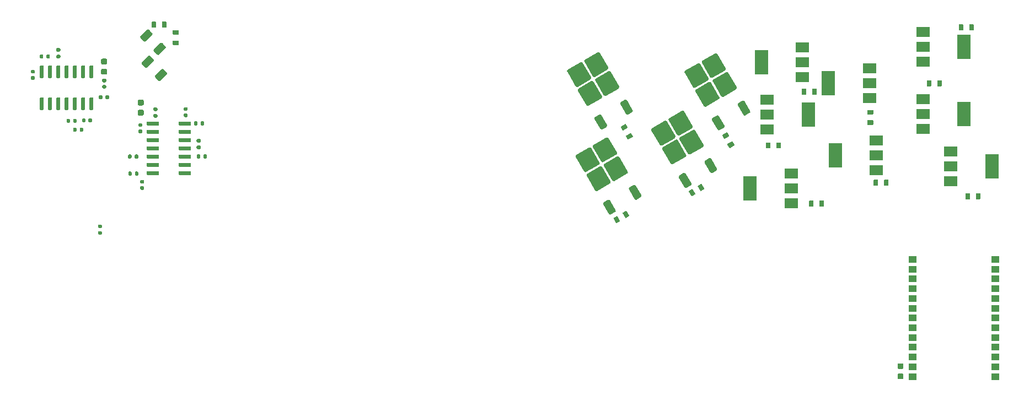
<source format=gtp>
G04 #@! TF.GenerationSoftware,KiCad,Pcbnew,8.0.8-8.0.8-0~ubuntu24.04.1*
G04 #@! TF.CreationDate,2025-02-05T08:16:22+00:00*
G04 #@! TF.ProjectId,VFRECU-VR,56465245-4355-42d5-9652-2e6b69636164,rev?*
G04 #@! TF.SameCoordinates,Original*
G04 #@! TF.FileFunction,Paste,Top*
G04 #@! TF.FilePolarity,Positive*
%FSLAX46Y46*%
G04 Gerber Fmt 4.6, Leading zero omitted, Abs format (unit mm)*
G04 Created by KiCad (PCBNEW 8.0.8-8.0.8-0~ubuntu24.04.1) date 2025-02-05 08:16:22*
%MOMM*%
%LPD*%
G01*
G04 APERTURE LIST*
%ADD10R,2.000000X1.500000*%
%ADD11R,2.000000X3.800000*%
%ADD12R,1.300000X1.000000*%
G04 APERTURE END LIST*
D10*
G04 #@! TO.C,Q7*
X126954000Y49442000D03*
X126954000Y51742000D03*
X126954000Y54042000D03*
D11*
X120654000Y51742000D03*
G04 #@! TD*
G04 #@! TO.C,R32*
G36*
G01*
X153257000Y57523000D02*
X153257000Y56743000D01*
G75*
G02*
X153187000Y56673000I-70000J0D01*
G01*
X152627000Y56673000D01*
G75*
G02*
X152557000Y56743000I0J70000D01*
G01*
X152557000Y57523000D01*
G75*
G02*
X152627000Y57593000I70000J0D01*
G01*
X153187000Y57593000D01*
G75*
G02*
X153257000Y57523000I0J-70000D01*
G01*
G37*
G36*
G01*
X151657000Y57523000D02*
X151657000Y56743000D01*
G75*
G02*
X151587000Y56673000I-70000J0D01*
G01*
X151027000Y56673000D01*
G75*
G02*
X150957000Y56743000I0J70000D01*
G01*
X150957000Y57523000D01*
G75*
G02*
X151027000Y57593000I70000J0D01*
G01*
X151587000Y57593000D01*
G75*
G02*
X151657000Y57523000I0J-70000D01*
G01*
G37*
G04 #@! TD*
G04 #@! TO.C,R31*
G36*
G01*
X146057000Y48143000D02*
X146057000Y48923000D01*
G75*
G02*
X146127000Y48993000I70000J0D01*
G01*
X146687000Y48993000D01*
G75*
G02*
X146757000Y48923000I0J-70000D01*
G01*
X146757000Y48143000D01*
G75*
G02*
X146687000Y48073000I-70000J0D01*
G01*
X146127000Y48073000D01*
G75*
G02*
X146057000Y48143000I0J70000D01*
G01*
G37*
G36*
G01*
X147657000Y48143000D02*
X147657000Y48923000D01*
G75*
G02*
X147727000Y48993000I70000J0D01*
G01*
X148287000Y48993000D01*
G75*
G02*
X148357000Y48923000I0J-70000D01*
G01*
X148357000Y48143000D01*
G75*
G02*
X148287000Y48073000I-70000J0D01*
G01*
X147727000Y48073000D01*
G75*
G02*
X147657000Y48143000I0J70000D01*
G01*
G37*
G04 #@! TD*
G04 #@! TO.C,R29*
G36*
G01*
X137754928Y42142000D02*
X136974928Y42142000D01*
G75*
G02*
X136904928Y42212000I0J70000D01*
G01*
X136904928Y42772000D01*
G75*
G02*
X136974928Y42842000I70000J0D01*
G01*
X137754928Y42842000D01*
G75*
G02*
X137824928Y42772000I0J-70000D01*
G01*
X137824928Y42212000D01*
G75*
G02*
X137754928Y42142000I-70000J0D01*
G01*
G37*
G36*
G01*
X137754928Y43742000D02*
X136974928Y43742000D01*
G75*
G02*
X136904928Y43812000I0J70000D01*
G01*
X136904928Y44372000D01*
G75*
G02*
X136974928Y44442000I70000J0D01*
G01*
X137754928Y44442000D01*
G75*
G02*
X137824928Y44372000I0J-70000D01*
G01*
X137824928Y43812000D01*
G75*
G02*
X137754928Y43742000I-70000J0D01*
G01*
G37*
G04 #@! TD*
D10*
G04 #@! TO.C,Q9*
X125229000Y30059000D03*
X125229000Y32359000D03*
X125229000Y34659000D03*
D11*
X118929000Y32359000D03*
G04 #@! TD*
G04 #@! TO.C,R34*
G36*
G01*
X33551700Y42189500D02*
X33551700Y42559500D01*
G75*
G02*
X33686700Y42694500I135000J0D01*
G01*
X33956700Y42694500D01*
G75*
G02*
X34091700Y42559500I0J-135000D01*
G01*
X34091700Y42189500D01*
G75*
G02*
X33956700Y42054500I-135000J0D01*
G01*
X33686700Y42054500D01*
G75*
G02*
X33551700Y42189500I0J135000D01*
G01*
G37*
G36*
G01*
X34571700Y42189500D02*
X34571700Y42559500D01*
G75*
G02*
X34706700Y42694500I135000J0D01*
G01*
X34976700Y42694500D01*
G75*
G02*
X35111700Y42559500I0J-135000D01*
G01*
X35111700Y42189500D01*
G75*
G02*
X34976700Y42054500I-135000J0D01*
G01*
X34706700Y42054500D01*
G75*
G02*
X34571700Y42189500I0J135000D01*
G01*
G37*
G04 #@! TD*
G04 #@! TO.C,C4*
G36*
G01*
X25403780Y33675540D02*
X25743780Y33675540D01*
G75*
G02*
X25883780Y33535540I0J-140000D01*
G01*
X25883780Y33255540D01*
G75*
G02*
X25743780Y33115540I-140000J0D01*
G01*
X25403780Y33115540D01*
G75*
G02*
X25263780Y33255540I0J140000D01*
G01*
X25263780Y33535540D01*
G75*
G02*
X25403780Y33675540I140000J0D01*
G01*
G37*
G36*
G01*
X25403780Y32715540D02*
X25743780Y32715540D01*
G75*
G02*
X25883780Y32575540I0J-140000D01*
G01*
X25883780Y32295540D01*
G75*
G02*
X25743780Y32155540I-140000J0D01*
G01*
X25403780Y32155540D01*
G75*
G02*
X25263780Y32295540I0J140000D01*
G01*
X25263780Y32575540D01*
G75*
G02*
X25403780Y32715540I140000J0D01*
G01*
G37*
G04 #@! TD*
G04 #@! TO.C,Q1*
G36*
G01*
X114883109Y41670372D02*
X114276891Y41320372D01*
G75*
G02*
X113935385Y41411878I-125000J216506D01*
G01*
X113085385Y42884122D01*
G75*
G02*
X113176891Y43225628I216506J125000D01*
G01*
X113783109Y43575628D01*
G75*
G02*
X114124615Y43484122I125000J-216506D01*
G01*
X114974615Y42011878D01*
G75*
G02*
X114883109Y41670372I-216506J-125000D01*
G01*
G37*
G36*
G01*
X116749506Y47597679D02*
X114800948Y46472679D01*
G75*
G02*
X114459442Y46564185I-125000J216506D01*
G01*
X113184442Y48772549D01*
G75*
G02*
X113275948Y49114055I216506J125000D01*
G01*
X115224506Y50239055D01*
G75*
G02*
X115566012Y50147549I125000J-216506D01*
G01*
X116841012Y47939185D01*
G75*
G02*
X116749506Y47597679I-216506J-125000D01*
G01*
G37*
G36*
G01*
X114108128Y46072679D02*
X112159570Y44947679D01*
G75*
G02*
X111818064Y45039185I-125000J216506D01*
G01*
X110543064Y47247549D01*
G75*
G02*
X110634570Y47589055I216506J125000D01*
G01*
X112583128Y48714055D01*
G75*
G02*
X112924634Y48622549I125000J-216506D01*
G01*
X114199634Y46414185D01*
G75*
G02*
X114108128Y46072679I-216506J-125000D01*
G01*
G37*
G36*
G01*
X115074506Y50498865D02*
X113125948Y49373865D01*
G75*
G02*
X112784442Y49465371I-125000J216506D01*
G01*
X111509442Y51673735D01*
G75*
G02*
X111600948Y52015241I216506J125000D01*
G01*
X113549506Y53140241D01*
G75*
G02*
X113891012Y53048735I125000J-216506D01*
G01*
X115166012Y50840371D01*
G75*
G02*
X115074506Y50498865I-216506J-125000D01*
G01*
G37*
G36*
G01*
X112433128Y48973865D02*
X110484570Y47848865D01*
G75*
G02*
X110143064Y47940371I-125000J216506D01*
G01*
X108868064Y50148735D01*
G75*
G02*
X108959570Y50490241I216506J125000D01*
G01*
X110908128Y51615241D01*
G75*
G02*
X111249634Y51523735I125000J-216506D01*
G01*
X112524634Y49315371D01*
G75*
G02*
X112433128Y48973865I-216506J-125000D01*
G01*
G37*
G36*
G01*
X118832185Y43950372D02*
X118225967Y43600372D01*
G75*
G02*
X117884461Y43691878I-125000J216506D01*
G01*
X117034461Y45164122D01*
G75*
G02*
X117125967Y45505628I216506J125000D01*
G01*
X117732185Y45855628D01*
G75*
G02*
X118073691Y45764122I125000J-216506D01*
G01*
X118923691Y44291878D01*
G75*
G02*
X118832185Y43950372I-216506J-125000D01*
G01*
G37*
G04 #@! TD*
G04 #@! TO.C,R39*
G36*
G01*
X11413500Y52836340D02*
X11413500Y52466340D01*
G75*
G02*
X11278500Y52331340I-135000J0D01*
G01*
X11008500Y52331340D01*
G75*
G02*
X10873500Y52466340I0J135000D01*
G01*
X10873500Y52836340D01*
G75*
G02*
X11008500Y52971340I135000J0D01*
G01*
X11278500Y52971340D01*
G75*
G02*
X11413500Y52836340I0J-135000D01*
G01*
G37*
G36*
G01*
X10393500Y52836340D02*
X10393500Y52466340D01*
G75*
G02*
X10258500Y52331340I-135000J0D01*
G01*
X9988500Y52331340D01*
G75*
G02*
X9853500Y52466340I0J135000D01*
G01*
X9853500Y52836340D01*
G75*
G02*
X9988500Y52971340I135000J0D01*
G01*
X10258500Y52971340D01*
G75*
G02*
X10393500Y52836340I0J-135000D01*
G01*
G37*
G04 #@! TD*
G04 #@! TO.C,R40*
G36*
G01*
X12522000Y53934260D02*
X12892000Y53934260D01*
G75*
G02*
X13027000Y53799260I0J-135000D01*
G01*
X13027000Y53529260D01*
G75*
G02*
X12892000Y53394260I-135000J0D01*
G01*
X12522000Y53394260D01*
G75*
G02*
X12387000Y53529260I0J135000D01*
G01*
X12387000Y53799260D01*
G75*
G02*
X12522000Y53934260I135000J0D01*
G01*
G37*
G36*
G01*
X12522000Y52914260D02*
X12892000Y52914260D01*
G75*
G02*
X13027000Y52779260I0J-135000D01*
G01*
X13027000Y52509260D01*
G75*
G02*
X12892000Y52374260I-135000J0D01*
G01*
X12522000Y52374260D01*
G75*
G02*
X12387000Y52509260I0J135000D01*
G01*
X12387000Y52779260D01*
G75*
G02*
X12522000Y52914260I135000J0D01*
G01*
G37*
G04 #@! TD*
G04 #@! TO.C,Q4*
G36*
G01*
X96852033Y41810372D02*
X96245815Y41460372D01*
G75*
G02*
X95904309Y41551878I-125000J216506D01*
G01*
X95054309Y43024122D01*
G75*
G02*
X95145815Y43365628I216506J125000D01*
G01*
X95752033Y43715628D01*
G75*
G02*
X96093539Y43624122I125000J-216506D01*
G01*
X96943539Y42151878D01*
G75*
G02*
X96852033Y41810372I-216506J-125000D01*
G01*
G37*
G36*
G01*
X98718430Y47737679D02*
X96769872Y46612679D01*
G75*
G02*
X96428366Y46704185I-125000J216506D01*
G01*
X95153366Y48912549D01*
G75*
G02*
X95244872Y49254055I216506J125000D01*
G01*
X97193430Y50379055D01*
G75*
G02*
X97534936Y50287549I125000J-216506D01*
G01*
X98809936Y48079185D01*
G75*
G02*
X98718430Y47737679I-216506J-125000D01*
G01*
G37*
G36*
G01*
X96077052Y46212679D02*
X94128494Y45087679D01*
G75*
G02*
X93786988Y45179185I-125000J216506D01*
G01*
X92511988Y47387549D01*
G75*
G02*
X92603494Y47729055I216506J125000D01*
G01*
X94552052Y48854055D01*
G75*
G02*
X94893558Y48762549I125000J-216506D01*
G01*
X96168558Y46554185D01*
G75*
G02*
X96077052Y46212679I-216506J-125000D01*
G01*
G37*
G36*
G01*
X97043430Y50638865D02*
X95094872Y49513865D01*
G75*
G02*
X94753366Y49605371I-125000J216506D01*
G01*
X93478366Y51813735D01*
G75*
G02*
X93569872Y52155241I216506J125000D01*
G01*
X95518430Y53280241D01*
G75*
G02*
X95859936Y53188735I125000J-216506D01*
G01*
X97134936Y50980371D01*
G75*
G02*
X97043430Y50638865I-216506J-125000D01*
G01*
G37*
G36*
G01*
X94402052Y49113865D02*
X92453494Y47988865D01*
G75*
G02*
X92111988Y48080371I-125000J216506D01*
G01*
X90836988Y50288735D01*
G75*
G02*
X90928494Y50630241I216506J125000D01*
G01*
X92877052Y51755241D01*
G75*
G02*
X93218558Y51663735I125000J-216506D01*
G01*
X94493558Y49455371D01*
G75*
G02*
X94402052Y49113865I-216506J-125000D01*
G01*
G37*
G36*
G01*
X100801109Y44090372D02*
X100194891Y43740372D01*
G75*
G02*
X99853385Y43831878I-125000J216506D01*
G01*
X99003385Y45304122D01*
G75*
G02*
X99094891Y45645628I216506J125000D01*
G01*
X99701109Y45995628D01*
G75*
G02*
X100042615Y45904122I125000J-216506D01*
G01*
X100892615Y44431878D01*
G75*
G02*
X100801109Y44090372I-216506J-125000D01*
G01*
G37*
G04 #@! TD*
G04 #@! TO.C,R27*
G36*
G01*
X27792000Y43253000D02*
X27422000Y43253000D01*
G75*
G02*
X27287000Y43388000I0J135000D01*
G01*
X27287000Y43658000D01*
G75*
G02*
X27422000Y43793000I135000J0D01*
G01*
X27792000Y43793000D01*
G75*
G02*
X27927000Y43658000I0J-135000D01*
G01*
X27927000Y43388000D01*
G75*
G02*
X27792000Y43253000I-135000J0D01*
G01*
G37*
G36*
G01*
X27792000Y44273000D02*
X27422000Y44273000D01*
G75*
G02*
X27287000Y44408000I0J135000D01*
G01*
X27287000Y44678000D01*
G75*
G02*
X27422000Y44813000I135000J0D01*
G01*
X27792000Y44813000D01*
G75*
G02*
X27927000Y44678000I0J-135000D01*
G01*
X27927000Y44408000D01*
G75*
G02*
X27792000Y44273000I-135000J0D01*
G01*
G37*
G04 #@! TD*
G04 #@! TO.C,R28*
G36*
G01*
X23439960Y34462820D02*
X23439960Y34832820D01*
G75*
G02*
X23574960Y34967820I135000J0D01*
G01*
X23844960Y34967820D01*
G75*
G02*
X23979960Y34832820I0J-135000D01*
G01*
X23979960Y34462820D01*
G75*
G02*
X23844960Y34327820I-135000J0D01*
G01*
X23574960Y34327820D01*
G75*
G02*
X23439960Y34462820I0J135000D01*
G01*
G37*
G36*
G01*
X24459960Y34462820D02*
X24459960Y34832820D01*
G75*
G02*
X24594960Y34967820I135000J0D01*
G01*
X24864960Y34967820D01*
G75*
G02*
X24999960Y34832820I0J-135000D01*
G01*
X24999960Y34462820D01*
G75*
G02*
X24864960Y34327820I-135000J0D01*
G01*
X24594960Y34327820D01*
G75*
G02*
X24459960Y34462820I0J135000D01*
G01*
G37*
G04 #@! TD*
G04 #@! TO.C,C11*
G36*
G01*
X8637000Y50593000D02*
X8977000Y50593000D01*
G75*
G02*
X9117000Y50453000I0J-140000D01*
G01*
X9117000Y50173000D01*
G75*
G02*
X8977000Y50033000I-140000J0D01*
G01*
X8637000Y50033000D01*
G75*
G02*
X8497000Y50173000I0J140000D01*
G01*
X8497000Y50453000D01*
G75*
G02*
X8637000Y50593000I140000J0D01*
G01*
G37*
G36*
G01*
X8637000Y49633000D02*
X8977000Y49633000D01*
G75*
G02*
X9117000Y49493000I0J-140000D01*
G01*
X9117000Y49213000D01*
G75*
G02*
X8977000Y49073000I-140000J0D01*
G01*
X8637000Y49073000D01*
G75*
G02*
X8497000Y49213000I0J140000D01*
G01*
X8497000Y49493000D01*
G75*
G02*
X8637000Y49633000I140000J0D01*
G01*
G37*
G04 #@! TD*
G04 #@! TO.C,C10*
G36*
G01*
X16347000Y42663000D02*
X16347000Y43003000D01*
G75*
G02*
X16487000Y43143000I140000J0D01*
G01*
X16767000Y43143000D01*
G75*
G02*
X16907000Y43003000I0J-140000D01*
G01*
X16907000Y42663000D01*
G75*
G02*
X16767000Y42523000I-140000J0D01*
G01*
X16487000Y42523000D01*
G75*
G02*
X16347000Y42663000I0J140000D01*
G01*
G37*
G36*
G01*
X17307000Y42663000D02*
X17307000Y43003000D01*
G75*
G02*
X17447000Y43143000I140000J0D01*
G01*
X17727000Y43143000D01*
G75*
G02*
X17867000Y43003000I0J-140000D01*
G01*
X17867000Y42663000D01*
G75*
G02*
X17727000Y42523000I-140000J0D01*
G01*
X17447000Y42523000D01*
G75*
G02*
X17307000Y42663000I0J140000D01*
G01*
G37*
G04 #@! TD*
G04 #@! TO.C,C12A1*
G36*
G01*
X19917020Y47715580D02*
X19577020Y47715580D01*
G75*
G02*
X19437020Y47855580I0J140000D01*
G01*
X19437020Y48135580D01*
G75*
G02*
X19577020Y48275580I140000J0D01*
G01*
X19917020Y48275580D01*
G75*
G02*
X20057020Y48135580I0J-140000D01*
G01*
X20057020Y47855580D01*
G75*
G02*
X19917020Y47715580I-140000J0D01*
G01*
G37*
G36*
G01*
X19917020Y48675580D02*
X19577020Y48675580D01*
G75*
G02*
X19437020Y48815580I0J140000D01*
G01*
X19437020Y49095580D01*
G75*
G02*
X19577020Y49235580I140000J0D01*
G01*
X19917020Y49235580D01*
G75*
G02*
X20057020Y49095580I0J-140000D01*
G01*
X20057020Y48815580D01*
G75*
G02*
X19917020Y48675580I-140000J0D01*
G01*
G37*
G04 #@! TD*
G04 #@! TO.C,R30*
G36*
G01*
X140178000Y33631072D02*
X140178000Y32851072D01*
G75*
G02*
X140108000Y32781072I-70000J0D01*
G01*
X139548000Y32781072D01*
G75*
G02*
X139478000Y32851072I0J70000D01*
G01*
X139478000Y33631072D01*
G75*
G02*
X139548000Y33701072I70000J0D01*
G01*
X140108000Y33701072D01*
G75*
G02*
X140178000Y33631072I0J-70000D01*
G01*
G37*
G36*
G01*
X138578000Y33631072D02*
X138578000Y32851072D01*
G75*
G02*
X138508000Y32781072I-70000J0D01*
G01*
X137948000Y32781072D01*
G75*
G02*
X137878000Y32851072I0J70000D01*
G01*
X137878000Y33631072D01*
G75*
G02*
X137948000Y33701072I70000J0D01*
G01*
X138508000Y33701072D01*
G75*
G02*
X138578000Y33631072I0J-70000D01*
G01*
G37*
G04 #@! TD*
G04 #@! TO.C,R2*
G36*
G01*
X29314000Y57922000D02*
X29314000Y57142000D01*
G75*
G02*
X29244000Y57072000I-70000J0D01*
G01*
X28684000Y57072000D01*
G75*
G02*
X28614000Y57142000I0J70000D01*
G01*
X28614000Y57922000D01*
G75*
G02*
X28684000Y57992000I70000J0D01*
G01*
X29244000Y57992000D01*
G75*
G02*
X29314000Y57922000I0J-70000D01*
G01*
G37*
G36*
G01*
X27714000Y57922000D02*
X27714000Y57142000D01*
G75*
G02*
X27644000Y57072000I-70000J0D01*
G01*
X27084000Y57072000D01*
G75*
G02*
X27014000Y57142000I0J70000D01*
G01*
X27014000Y57922000D01*
G75*
G02*
X27084000Y57992000I70000J0D01*
G01*
X27644000Y57992000D01*
G75*
G02*
X27714000Y57922000I0J-70000D01*
G01*
G37*
G04 #@! TD*
D10*
G04 #@! TO.C,Q14*
X138324000Y35162000D03*
X138324000Y37462000D03*
X138324000Y39762000D03*
D11*
X132024000Y37462000D03*
G04 #@! TD*
G04 #@! TO.C,IC2*
G36*
G01*
X33087540Y34946310D02*
X33087540Y34496310D01*
G75*
G02*
X33012540Y34421310I-75000J0D01*
G01*
X31262540Y34421310D01*
G75*
G02*
X31187540Y34496310I0J75000D01*
G01*
X31187540Y34946310D01*
G75*
G02*
X31262540Y35021310I75000J0D01*
G01*
X33012540Y35021310D01*
G75*
G02*
X33087540Y34946310I0J-75000D01*
G01*
G37*
G36*
G01*
X33087540Y36216310D02*
X33087540Y35766310D01*
G75*
G02*
X33012540Y35691310I-75000J0D01*
G01*
X31262540Y35691310D01*
G75*
G02*
X31187540Y35766310I0J75000D01*
G01*
X31187540Y36216310D01*
G75*
G02*
X31262540Y36291310I75000J0D01*
G01*
X33012540Y36291310D01*
G75*
G02*
X33087540Y36216310I0J-75000D01*
G01*
G37*
G36*
G01*
X33087540Y37486310D02*
X33087540Y37036310D01*
G75*
G02*
X33012540Y36961310I-75000J0D01*
G01*
X31262540Y36961310D01*
G75*
G02*
X31187540Y37036310I0J75000D01*
G01*
X31187540Y37486310D01*
G75*
G02*
X31262540Y37561310I75000J0D01*
G01*
X33012540Y37561310D01*
G75*
G02*
X33087540Y37486310I0J-75000D01*
G01*
G37*
G36*
G01*
X33087540Y38756310D02*
X33087540Y38306310D01*
G75*
G02*
X33012540Y38231310I-75000J0D01*
G01*
X31262540Y38231310D01*
G75*
G02*
X31187540Y38306310I0J75000D01*
G01*
X31187540Y38756310D01*
G75*
G02*
X31262540Y38831310I75000J0D01*
G01*
X33012540Y38831310D01*
G75*
G02*
X33087540Y38756310I0J-75000D01*
G01*
G37*
G36*
G01*
X33087540Y40026310D02*
X33087540Y39576310D01*
G75*
G02*
X33012540Y39501310I-75000J0D01*
G01*
X31262540Y39501310D01*
G75*
G02*
X31187540Y39576310I0J75000D01*
G01*
X31187540Y40026310D01*
G75*
G02*
X31262540Y40101310I75000J0D01*
G01*
X33012540Y40101310D01*
G75*
G02*
X33087540Y40026310I0J-75000D01*
G01*
G37*
G36*
G01*
X33087540Y41296310D02*
X33087540Y40846310D01*
G75*
G02*
X33012540Y40771310I-75000J0D01*
G01*
X31262540Y40771310D01*
G75*
G02*
X31187540Y40846310I0J75000D01*
G01*
X31187540Y41296310D01*
G75*
G02*
X31262540Y41371310I75000J0D01*
G01*
X33012540Y41371310D01*
G75*
G02*
X33087540Y41296310I0J-75000D01*
G01*
G37*
G36*
G01*
X33087540Y42566310D02*
X33087540Y42116310D01*
G75*
G02*
X33012540Y42041310I-75000J0D01*
G01*
X31262540Y42041310D01*
G75*
G02*
X31187540Y42116310I0J75000D01*
G01*
X31187540Y42566310D01*
G75*
G02*
X31262540Y42641310I75000J0D01*
G01*
X33012540Y42641310D01*
G75*
G02*
X33087540Y42566310I0J-75000D01*
G01*
G37*
G36*
G01*
X28177540Y42566310D02*
X28177540Y42116310D01*
G75*
G02*
X28102540Y42041310I-75000J0D01*
G01*
X26352540Y42041310D01*
G75*
G02*
X26277540Y42116310I0J75000D01*
G01*
X26277540Y42566310D01*
G75*
G02*
X26352540Y42641310I75000J0D01*
G01*
X28102540Y42641310D01*
G75*
G02*
X28177540Y42566310I0J-75000D01*
G01*
G37*
G36*
G01*
X28177540Y41296310D02*
X28177540Y40846310D01*
G75*
G02*
X28102540Y40771310I-75000J0D01*
G01*
X26352540Y40771310D01*
G75*
G02*
X26277540Y40846310I0J75000D01*
G01*
X26277540Y41296310D01*
G75*
G02*
X26352540Y41371310I75000J0D01*
G01*
X28102540Y41371310D01*
G75*
G02*
X28177540Y41296310I0J-75000D01*
G01*
G37*
G36*
G01*
X28177540Y40026310D02*
X28177540Y39576310D01*
G75*
G02*
X28102540Y39501310I-75000J0D01*
G01*
X26352540Y39501310D01*
G75*
G02*
X26277540Y39576310I0J75000D01*
G01*
X26277540Y40026310D01*
G75*
G02*
X26352540Y40101310I75000J0D01*
G01*
X28102540Y40101310D01*
G75*
G02*
X28177540Y40026310I0J-75000D01*
G01*
G37*
G36*
G01*
X28177540Y38756310D02*
X28177540Y38306310D01*
G75*
G02*
X28102540Y38231310I-75000J0D01*
G01*
X26352540Y38231310D01*
G75*
G02*
X26277540Y38306310I0J75000D01*
G01*
X26277540Y38756310D01*
G75*
G02*
X26352540Y38831310I75000J0D01*
G01*
X28102540Y38831310D01*
G75*
G02*
X28177540Y38756310I0J-75000D01*
G01*
G37*
G36*
G01*
X28177540Y37486310D02*
X28177540Y37036310D01*
G75*
G02*
X28102540Y36961310I-75000J0D01*
G01*
X26352540Y36961310D01*
G75*
G02*
X26277540Y37036310I0J75000D01*
G01*
X26277540Y37486310D01*
G75*
G02*
X26352540Y37561310I75000J0D01*
G01*
X28102540Y37561310D01*
G75*
G02*
X28177540Y37486310I0J-75000D01*
G01*
G37*
G36*
G01*
X28177540Y36216310D02*
X28177540Y35766310D01*
G75*
G02*
X28102540Y35691310I-75000J0D01*
G01*
X26352540Y35691310D01*
G75*
G02*
X26277540Y35766310I0J75000D01*
G01*
X26277540Y36216310D01*
G75*
G02*
X26352540Y36291310I75000J0D01*
G01*
X28102540Y36291310D01*
G75*
G02*
X28177540Y36216310I0J-75000D01*
G01*
G37*
G36*
G01*
X28177540Y34946310D02*
X28177540Y34496310D01*
G75*
G02*
X28102540Y34421310I-75000J0D01*
G01*
X26352540Y34421310D01*
G75*
G02*
X26277540Y34496310I0J75000D01*
G01*
X26277540Y34946310D01*
G75*
G02*
X26352540Y35021310I75000J0D01*
G01*
X28102540Y35021310D01*
G75*
G02*
X28177540Y34946310I0J-75000D01*
G01*
G37*
G04 #@! TD*
G04 #@! TO.C,Q3*
G36*
G01*
X109796109Y32814372D02*
X109189891Y32464372D01*
G75*
G02*
X108848385Y32555878I-125000J216506D01*
G01*
X107998385Y34028122D01*
G75*
G02*
X108089891Y34369628I216506J125000D01*
G01*
X108696109Y34719628D01*
G75*
G02*
X109037615Y34628122I125000J-216506D01*
G01*
X109887615Y33155878D01*
G75*
G02*
X109796109Y32814372I-216506J-125000D01*
G01*
G37*
G36*
G01*
X111662506Y38741679D02*
X109713948Y37616679D01*
G75*
G02*
X109372442Y37708185I-125000J216506D01*
G01*
X108097442Y39916549D01*
G75*
G02*
X108188948Y40258055I216506J125000D01*
G01*
X110137506Y41383055D01*
G75*
G02*
X110479012Y41291549I125000J-216506D01*
G01*
X111754012Y39083185D01*
G75*
G02*
X111662506Y38741679I-216506J-125000D01*
G01*
G37*
G36*
G01*
X109021128Y37216679D02*
X107072570Y36091679D01*
G75*
G02*
X106731064Y36183185I-125000J216506D01*
G01*
X105456064Y38391549D01*
G75*
G02*
X105547570Y38733055I216506J125000D01*
G01*
X107496128Y39858055D01*
G75*
G02*
X107837634Y39766549I125000J-216506D01*
G01*
X109112634Y37558185D01*
G75*
G02*
X109021128Y37216679I-216506J-125000D01*
G01*
G37*
G36*
G01*
X109987506Y41642865D02*
X108038948Y40517865D01*
G75*
G02*
X107697442Y40609371I-125000J216506D01*
G01*
X106422442Y42817735D01*
G75*
G02*
X106513948Y43159241I216506J125000D01*
G01*
X108462506Y44284241D01*
G75*
G02*
X108804012Y44192735I125000J-216506D01*
G01*
X110079012Y41984371D01*
G75*
G02*
X109987506Y41642865I-216506J-125000D01*
G01*
G37*
G36*
G01*
X107346128Y40117865D02*
X105397570Y38992865D01*
G75*
G02*
X105056064Y39084371I-125000J216506D01*
G01*
X103781064Y41292735D01*
G75*
G02*
X103872570Y41634241I216506J125000D01*
G01*
X105821128Y42759241D01*
G75*
G02*
X106162634Y42667735I125000J-216506D01*
G01*
X107437634Y40459371D01*
G75*
G02*
X107346128Y40117865I-216506J-125000D01*
G01*
G37*
G36*
G01*
X113745185Y35094372D02*
X113138967Y34744372D01*
G75*
G02*
X112797461Y34835878I-125000J216506D01*
G01*
X111947461Y36308122D01*
G75*
G02*
X112038967Y36649628I216506J125000D01*
G01*
X112645185Y36999628D01*
G75*
G02*
X112986691Y36908122I125000J-216506D01*
G01*
X113836691Y35435878D01*
G75*
G02*
X113745185Y35094372I-216506J-125000D01*
G01*
G37*
G04 #@! TD*
D10*
G04 #@! TO.C,Q13*
X137258000Y46252000D03*
X137258000Y48552000D03*
X137258000Y50852000D03*
D11*
X130958000Y48552000D03*
G04 #@! TD*
D10*
G04 #@! TO.C,Q8*
X121556000Y46011000D03*
X121556000Y43711000D03*
X121556000Y41411000D03*
D11*
X127856000Y43711000D03*
G04 #@! TD*
G04 #@! TO.C,C1*
G36*
G01*
X142344994Y3064999D02*
X141664994Y3064999D01*
G75*
G02*
X141579994Y3149999I0J85000D01*
G01*
X141579994Y3829999D01*
G75*
G02*
X141664994Y3914999I85000J0D01*
G01*
X142344994Y3914999D01*
G75*
G02*
X142429994Y3829999I0J-85000D01*
G01*
X142429994Y3149999D01*
G75*
G02*
X142344994Y3064999I-85000J0D01*
G01*
G37*
G36*
G01*
X142344994Y4645001D02*
X141664994Y4645001D01*
G75*
G02*
X141579994Y4730001I0J85000D01*
G01*
X141579994Y5410001D01*
G75*
G02*
X141664994Y5495001I85000J0D01*
G01*
X142344994Y5495001D01*
G75*
G02*
X142429994Y5410001I0J-85000D01*
G01*
X142429994Y4730001D01*
G75*
G02*
X142344994Y4645001I-85000J0D01*
G01*
G37*
G04 #@! TD*
G04 #@! TO.C,R10*
G36*
G01*
X98353071Y27066250D02*
X97963071Y27741750D01*
G75*
G02*
X97988693Y27837372I60622J35000D01*
G01*
X98473667Y28117372D01*
G75*
G02*
X98569289Y28091750I35000J-60622D01*
G01*
X98959289Y27416250D01*
G75*
G02*
X98933667Y27320628I-60622J-35000D01*
G01*
X98448693Y27040628D01*
G75*
G02*
X98353071Y27066250I-35000J60622D01*
G01*
G37*
G36*
G01*
X99738711Y27866250D02*
X99348711Y28541750D01*
G75*
G02*
X99374333Y28637372I60622J35000D01*
G01*
X99859307Y28917372D01*
G75*
G02*
X99954929Y28891750I35000J-60622D01*
G01*
X100344929Y28216250D01*
G75*
G02*
X100319307Y28120628I-60622J-35000D01*
G01*
X99834333Y27840628D01*
G75*
G02*
X99738711Y27866250I-35000J60622D01*
G01*
G37*
G04 #@! TD*
G04 #@! TO.C,C3*
G36*
G01*
X25477000Y40873000D02*
X25137000Y40873000D01*
G75*
G02*
X24997000Y41013000I0J140000D01*
G01*
X24997000Y41293000D01*
G75*
G02*
X25137000Y41433000I140000J0D01*
G01*
X25477000Y41433000D01*
G75*
G02*
X25617000Y41293000I0J-140000D01*
G01*
X25617000Y41013000D01*
G75*
G02*
X25477000Y40873000I-140000J0D01*
G01*
G37*
G36*
G01*
X25477000Y41833000D02*
X25137000Y41833000D01*
G75*
G02*
X24997000Y41973000I0J140000D01*
G01*
X24997000Y42253000D01*
G75*
G02*
X25137000Y42393000I140000J0D01*
G01*
X25477000Y42393000D01*
G75*
G02*
X25617000Y42253000I0J-140000D01*
G01*
X25617000Y41973000D01*
G75*
G02*
X25477000Y41833000I-140000J0D01*
G01*
G37*
G04 #@! TD*
G04 #@! TO.C,R22*
G36*
G01*
X121357000Y38585928D02*
X121357000Y39365928D01*
G75*
G02*
X121427000Y39435928I70000J0D01*
G01*
X121987000Y39435928D01*
G75*
G02*
X122057000Y39365928I0J-70000D01*
G01*
X122057000Y38585928D01*
G75*
G02*
X121987000Y38515928I-70000J0D01*
G01*
X121427000Y38515928D01*
G75*
G02*
X121357000Y38585928I0J70000D01*
G01*
G37*
G36*
G01*
X122957000Y38585928D02*
X122957000Y39365928D01*
G75*
G02*
X123027000Y39435928I70000J0D01*
G01*
X123587000Y39435928D01*
G75*
G02*
X123657000Y39365928I0J-70000D01*
G01*
X123657000Y38585928D01*
G75*
G02*
X123587000Y38515928I-70000J0D01*
G01*
X123027000Y38515928D01*
G75*
G02*
X122957000Y38585928I0J70000D01*
G01*
G37*
G04 #@! TD*
G04 #@! TO.C,C5*
G36*
G01*
X32081440Y44859160D02*
X32421440Y44859160D01*
G75*
G02*
X32561440Y44719160I0J-140000D01*
G01*
X32561440Y44439160D01*
G75*
G02*
X32421440Y44299160I-140000J0D01*
G01*
X32081440Y44299160D01*
G75*
G02*
X31941440Y44439160I0J140000D01*
G01*
X31941440Y44719160D01*
G75*
G02*
X32081440Y44859160I140000J0D01*
G01*
G37*
G36*
G01*
X32081440Y43899160D02*
X32421440Y43899160D01*
G75*
G02*
X32561440Y43759160I0J-140000D01*
G01*
X32561440Y43479160D01*
G75*
G02*
X32421440Y43339160I-140000J0D01*
G01*
X32081440Y43339160D01*
G75*
G02*
X31941440Y43479160I0J140000D01*
G01*
X31941440Y43759160D01*
G75*
G02*
X32081440Y43899160I140000J0D01*
G01*
G37*
G04 #@! TD*
G04 #@! TO.C,R37*
G36*
G01*
X16536680Y41576520D02*
X16536680Y41206520D01*
G75*
G02*
X16401680Y41071520I-135000J0D01*
G01*
X16131680Y41071520D01*
G75*
G02*
X15996680Y41206520I0J135000D01*
G01*
X15996680Y41576520D01*
G75*
G02*
X16131680Y41711520I135000J0D01*
G01*
X16401680Y41711520D01*
G75*
G02*
X16536680Y41576520I0J-135000D01*
G01*
G37*
G36*
G01*
X15516680Y41576520D02*
X15516680Y41206520D01*
G75*
G02*
X15381680Y41071520I-135000J0D01*
G01*
X15111680Y41071520D01*
G75*
G02*
X14976680Y41206520I0J135000D01*
G01*
X14976680Y41576520D01*
G75*
G02*
X15111680Y41711520I135000J0D01*
G01*
X15381680Y41711520D01*
G75*
G02*
X15516680Y41576520I0J-135000D01*
G01*
G37*
G04 #@! TD*
G04 #@! TO.C,IC2A1*
G36*
G01*
X10380020Y44432870D02*
X9930020Y44432870D01*
G75*
G02*
X9855020Y44507870I0J75000D01*
G01*
X9855020Y46257870D01*
G75*
G02*
X9930020Y46332870I75000J0D01*
G01*
X10380020Y46332870D01*
G75*
G02*
X10455020Y46257870I0J-75000D01*
G01*
X10455020Y44507870D01*
G75*
G02*
X10380020Y44432870I-75000J0D01*
G01*
G37*
G36*
G01*
X11650020Y44432870D02*
X11200020Y44432870D01*
G75*
G02*
X11125020Y44507870I0J75000D01*
G01*
X11125020Y46257870D01*
G75*
G02*
X11200020Y46332870I75000J0D01*
G01*
X11650020Y46332870D01*
G75*
G02*
X11725020Y46257870I0J-75000D01*
G01*
X11725020Y44507870D01*
G75*
G02*
X11650020Y44432870I-75000J0D01*
G01*
G37*
G36*
G01*
X12920020Y44432870D02*
X12470020Y44432870D01*
G75*
G02*
X12395020Y44507870I0J75000D01*
G01*
X12395020Y46257870D01*
G75*
G02*
X12470020Y46332870I75000J0D01*
G01*
X12920020Y46332870D01*
G75*
G02*
X12995020Y46257870I0J-75000D01*
G01*
X12995020Y44507870D01*
G75*
G02*
X12920020Y44432870I-75000J0D01*
G01*
G37*
G36*
G01*
X14190020Y44432870D02*
X13740020Y44432870D01*
G75*
G02*
X13665020Y44507870I0J75000D01*
G01*
X13665020Y46257870D01*
G75*
G02*
X13740020Y46332870I75000J0D01*
G01*
X14190020Y46332870D01*
G75*
G02*
X14265020Y46257870I0J-75000D01*
G01*
X14265020Y44507870D01*
G75*
G02*
X14190020Y44432870I-75000J0D01*
G01*
G37*
G36*
G01*
X15460020Y44432870D02*
X15010020Y44432870D01*
G75*
G02*
X14935020Y44507870I0J75000D01*
G01*
X14935020Y46257870D01*
G75*
G02*
X15010020Y46332870I75000J0D01*
G01*
X15460020Y46332870D01*
G75*
G02*
X15535020Y46257870I0J-75000D01*
G01*
X15535020Y44507870D01*
G75*
G02*
X15460020Y44432870I-75000J0D01*
G01*
G37*
G36*
G01*
X16730020Y44432870D02*
X16280020Y44432870D01*
G75*
G02*
X16205020Y44507870I0J75000D01*
G01*
X16205020Y46257870D01*
G75*
G02*
X16280020Y46332870I75000J0D01*
G01*
X16730020Y46332870D01*
G75*
G02*
X16805020Y46257870I0J-75000D01*
G01*
X16805020Y44507870D01*
G75*
G02*
X16730020Y44432870I-75000J0D01*
G01*
G37*
G36*
G01*
X18000020Y44432870D02*
X17550020Y44432870D01*
G75*
G02*
X17475020Y44507870I0J75000D01*
G01*
X17475020Y46257870D01*
G75*
G02*
X17550020Y46332870I75000J0D01*
G01*
X18000020Y46332870D01*
G75*
G02*
X18075020Y46257870I0J-75000D01*
G01*
X18075020Y44507870D01*
G75*
G02*
X18000020Y44432870I-75000J0D01*
G01*
G37*
G36*
G01*
X18000020Y49342870D02*
X17550020Y49342870D01*
G75*
G02*
X17475020Y49417870I0J75000D01*
G01*
X17475020Y51167870D01*
G75*
G02*
X17550020Y51242870I75000J0D01*
G01*
X18000020Y51242870D01*
G75*
G02*
X18075020Y51167870I0J-75000D01*
G01*
X18075020Y49417870D01*
G75*
G02*
X18000020Y49342870I-75000J0D01*
G01*
G37*
G36*
G01*
X16730020Y49342870D02*
X16280020Y49342870D01*
G75*
G02*
X16205020Y49417870I0J75000D01*
G01*
X16205020Y51167870D01*
G75*
G02*
X16280020Y51242870I75000J0D01*
G01*
X16730020Y51242870D01*
G75*
G02*
X16805020Y51167870I0J-75000D01*
G01*
X16805020Y49417870D01*
G75*
G02*
X16730020Y49342870I-75000J0D01*
G01*
G37*
G36*
G01*
X15460020Y49342870D02*
X15010020Y49342870D01*
G75*
G02*
X14935020Y49417870I0J75000D01*
G01*
X14935020Y51167870D01*
G75*
G02*
X15010020Y51242870I75000J0D01*
G01*
X15460020Y51242870D01*
G75*
G02*
X15535020Y51167870I0J-75000D01*
G01*
X15535020Y49417870D01*
G75*
G02*
X15460020Y49342870I-75000J0D01*
G01*
G37*
G36*
G01*
X14190020Y49342870D02*
X13740020Y49342870D01*
G75*
G02*
X13665020Y49417870I0J75000D01*
G01*
X13665020Y51167870D01*
G75*
G02*
X13740020Y51242870I75000J0D01*
G01*
X14190020Y51242870D01*
G75*
G02*
X14265020Y51167870I0J-75000D01*
G01*
X14265020Y49417870D01*
G75*
G02*
X14190020Y49342870I-75000J0D01*
G01*
G37*
G36*
G01*
X12920020Y49342870D02*
X12470020Y49342870D01*
G75*
G02*
X12395020Y49417870I0J75000D01*
G01*
X12395020Y51167870D01*
G75*
G02*
X12470020Y51242870I75000J0D01*
G01*
X12920020Y51242870D01*
G75*
G02*
X12995020Y51167870I0J-75000D01*
G01*
X12995020Y49417870D01*
G75*
G02*
X12920020Y49342870I-75000J0D01*
G01*
G37*
G36*
G01*
X11650020Y49342870D02*
X11200020Y49342870D01*
G75*
G02*
X11125020Y49417870I0J75000D01*
G01*
X11125020Y51167870D01*
G75*
G02*
X11200020Y51242870I75000J0D01*
G01*
X11650020Y51242870D01*
G75*
G02*
X11725020Y51167870I0J-75000D01*
G01*
X11725020Y49417870D01*
G75*
G02*
X11650020Y49342870I-75000J0D01*
G01*
G37*
G36*
G01*
X10380020Y49342870D02*
X9930020Y49342870D01*
G75*
G02*
X9855020Y49417870I0J75000D01*
G01*
X9855020Y51167870D01*
G75*
G02*
X9930020Y51242870I75000J0D01*
G01*
X10380020Y51242870D01*
G75*
G02*
X10455020Y51167870I0J-75000D01*
G01*
X10455020Y49417870D01*
G75*
G02*
X10380020Y49342870I-75000J0D01*
G01*
G37*
G04 #@! TD*
G04 #@! TO.C,R11*
G36*
G01*
X109890071Y31201250D02*
X109500071Y31876750D01*
G75*
G02*
X109525693Y31972372I60622J35000D01*
G01*
X110010667Y32252372D01*
G75*
G02*
X110106289Y32226750I35000J-60622D01*
G01*
X110496289Y31551250D01*
G75*
G02*
X110470667Y31455628I-60622J-35000D01*
G01*
X109985693Y31175628D01*
G75*
G02*
X109890071Y31201250I-35000J60622D01*
G01*
G37*
G36*
G01*
X111275711Y32001250D02*
X110885711Y32676750D01*
G75*
G02*
X110911333Y32772372I60622J35000D01*
G01*
X111396307Y33052372D01*
G75*
G02*
X111491929Y33026750I35000J-60622D01*
G01*
X111881929Y32351250D01*
G75*
G02*
X111856307Y32255628I-60622J-35000D01*
G01*
X111371333Y31975628D01*
G75*
G02*
X111275711Y32001250I-35000J60622D01*
G01*
G37*
G04 #@! TD*
G04 #@! TO.C,Q2*
G36*
G01*
X98171571Y28713065D02*
X97565353Y28363065D01*
G75*
G02*
X97223847Y28454571I-125000J216506D01*
G01*
X96373847Y29926815D01*
G75*
G02*
X96465353Y30268321I216506J125000D01*
G01*
X97071571Y30618321D01*
G75*
G02*
X97413077Y30526815I125000J-216506D01*
G01*
X98263077Y29054571D01*
G75*
G02*
X98171571Y28713065I-216506J-125000D01*
G01*
G37*
G36*
G01*
X100037968Y34640372D02*
X98089410Y33515372D01*
G75*
G02*
X97747904Y33606878I-125000J216506D01*
G01*
X96472904Y35815242D01*
G75*
G02*
X96564410Y36156748I216506J125000D01*
G01*
X98512968Y37281748D01*
G75*
G02*
X98854474Y37190242I125000J-216506D01*
G01*
X100129474Y34981878D01*
G75*
G02*
X100037968Y34640372I-216506J-125000D01*
G01*
G37*
G36*
G01*
X97396590Y33115372D02*
X95448032Y31990372D01*
G75*
G02*
X95106526Y32081878I-125000J216506D01*
G01*
X93831526Y34290242D01*
G75*
G02*
X93923032Y34631748I216506J125000D01*
G01*
X95871590Y35756748D01*
G75*
G02*
X96213096Y35665242I125000J-216506D01*
G01*
X97488096Y33456878D01*
G75*
G02*
X97396590Y33115372I-216506J-125000D01*
G01*
G37*
G36*
G01*
X98362968Y37541558D02*
X96414410Y36416558D01*
G75*
G02*
X96072904Y36508064I-125000J216506D01*
G01*
X94797904Y38716428D01*
G75*
G02*
X94889410Y39057934I216506J125000D01*
G01*
X96837968Y40182934D01*
G75*
G02*
X97179474Y40091428I125000J-216506D01*
G01*
X98454474Y37883064D01*
G75*
G02*
X98362968Y37541558I-216506J-125000D01*
G01*
G37*
G36*
G01*
X95721590Y36016558D02*
X93773032Y34891558D01*
G75*
G02*
X93431526Y34983064I-125000J216506D01*
G01*
X92156526Y37191428D01*
G75*
G02*
X92248032Y37532934I216506J125000D01*
G01*
X94196590Y38657934D01*
G75*
G02*
X94538096Y38566428I125000J-216506D01*
G01*
X95813096Y36358064D01*
G75*
G02*
X95721590Y36016558I-216506J-125000D01*
G01*
G37*
G36*
G01*
X102120647Y30993065D02*
X101514429Y30643065D01*
G75*
G02*
X101172923Y30734571I-125000J216506D01*
G01*
X100322923Y32206815D01*
G75*
G02*
X100414429Y32548321I216506J125000D01*
G01*
X101020647Y32898321D01*
G75*
G02*
X101362153Y32806815I125000J-216506D01*
G01*
X102212153Y31334571D01*
G75*
G02*
X102120647Y30993065I-216506J-125000D01*
G01*
G37*
G04 #@! TD*
G04 #@! TO.C,R21*
G36*
G01*
X129157000Y47623000D02*
X129157000Y46843000D01*
G75*
G02*
X129087000Y46773000I-70000J0D01*
G01*
X128527000Y46773000D01*
G75*
G02*
X128457000Y46843000I0J70000D01*
G01*
X128457000Y47623000D01*
G75*
G02*
X128527000Y47693000I70000J0D01*
G01*
X129087000Y47693000D01*
G75*
G02*
X129157000Y47623000I0J-70000D01*
G01*
G37*
G36*
G01*
X127557000Y47623000D02*
X127557000Y46843000D01*
G75*
G02*
X127487000Y46773000I-70000J0D01*
G01*
X126927000Y46773000D01*
G75*
G02*
X126857000Y46843000I0J70000D01*
G01*
X126857000Y47623000D01*
G75*
G02*
X126927000Y47693000I70000J0D01*
G01*
X127487000Y47693000D01*
G75*
G02*
X127557000Y47623000I0J-70000D01*
G01*
G37*
G04 #@! TD*
G04 #@! TO.C,R24*
G36*
G01*
X154292000Y31558000D02*
X154292000Y30778000D01*
G75*
G02*
X154222000Y30708000I-70000J0D01*
G01*
X153662000Y30708000D01*
G75*
G02*
X153592000Y30778000I0J70000D01*
G01*
X153592000Y31558000D01*
G75*
G02*
X153662000Y31628000I70000J0D01*
G01*
X154222000Y31628000D01*
G75*
G02*
X154292000Y31558000I0J-70000D01*
G01*
G37*
G36*
G01*
X152692000Y31558000D02*
X152692000Y30778000D01*
G75*
G02*
X152622000Y30708000I-70000J0D01*
G01*
X152062000Y30708000D01*
G75*
G02*
X151992000Y30778000I0J70000D01*
G01*
X151992000Y31558000D01*
G75*
G02*
X152062000Y31628000I70000J0D01*
G01*
X152622000Y31628000D01*
G75*
G02*
X152692000Y31558000I0J-70000D01*
G01*
G37*
G04 #@! TD*
G04 #@! TO.C,R33*
G36*
G01*
X34432000Y38413000D02*
X34062000Y38413000D01*
G75*
G02*
X33927000Y38548000I0J135000D01*
G01*
X33927000Y38818000D01*
G75*
G02*
X34062000Y38953000I135000J0D01*
G01*
X34432000Y38953000D01*
G75*
G02*
X34567000Y38818000I0J-135000D01*
G01*
X34567000Y38548000D01*
G75*
G02*
X34432000Y38413000I-135000J0D01*
G01*
G37*
G36*
G01*
X34432000Y39433000D02*
X34062000Y39433000D01*
G75*
G02*
X33927000Y39568000I0J135000D01*
G01*
X33927000Y39838000D01*
G75*
G02*
X34062000Y39973000I135000J0D01*
G01*
X34432000Y39973000D01*
G75*
G02*
X34567000Y39838000I0J-135000D01*
G01*
X34567000Y39568000D01*
G75*
G02*
X34432000Y39433000I-135000J0D01*
G01*
G37*
G04 #@! TD*
D10*
G04 #@! TO.C,Q15*
X145484000Y46095000D03*
X145484000Y43795000D03*
X145484000Y41495000D03*
D11*
X151784000Y43795000D03*
G04 #@! TD*
G04 #@! TO.C,C13A1*
G36*
G01*
X19484320Y52319320D02*
X19984320Y52319320D01*
G75*
G02*
X20209320Y52094320I0J-225000D01*
G01*
X20209320Y51644320D01*
G75*
G02*
X19984320Y51419320I-225000J0D01*
G01*
X19484320Y51419320D01*
G75*
G02*
X19259320Y51644320I0J225000D01*
G01*
X19259320Y52094320D01*
G75*
G02*
X19484320Y52319320I225000J0D01*
G01*
G37*
G36*
G01*
X19484320Y50769320D02*
X19984320Y50769320D01*
G75*
G02*
X20209320Y50544320I0J-225000D01*
G01*
X20209320Y50094320D01*
G75*
G02*
X19984320Y49869320I-225000J0D01*
G01*
X19484320Y49869320D01*
G75*
G02*
X19259320Y50094320I0J225000D01*
G01*
X19259320Y50544320D01*
G75*
G02*
X19484320Y50769320I225000J0D01*
G01*
G37*
G04 #@! TD*
G04 #@! TO.C,R4*
G36*
G01*
X18922000Y26813000D02*
X19292000Y26813000D01*
G75*
G02*
X19427000Y26678000I0J-135000D01*
G01*
X19427000Y26408000D01*
G75*
G02*
X19292000Y26273000I-135000J0D01*
G01*
X18922000Y26273000D01*
G75*
G02*
X18787000Y26408000I0J135000D01*
G01*
X18787000Y26678000D01*
G75*
G02*
X18922000Y26813000I135000J0D01*
G01*
G37*
G36*
G01*
X18922000Y25793000D02*
X19292000Y25793000D01*
G75*
G02*
X19427000Y25658000I0J-135000D01*
G01*
X19427000Y25388000D01*
G75*
G02*
X19292000Y25253000I-135000J0D01*
G01*
X18922000Y25253000D01*
G75*
G02*
X18787000Y25388000I0J135000D01*
G01*
X18787000Y25658000D01*
G75*
G02*
X18922000Y25793000I135000J0D01*
G01*
G37*
G04 #@! TD*
G04 #@! TO.C,R9*
G36*
G01*
X114665250Y40583929D02*
X115340750Y40973929D01*
G75*
G02*
X115436372Y40948307I35000J-60622D01*
G01*
X115716372Y40463333D01*
G75*
G02*
X115690750Y40367711I-60622J-35000D01*
G01*
X115015250Y39977711D01*
G75*
G02*
X114919628Y40003333I-35000J60622D01*
G01*
X114639628Y40488307D01*
G75*
G02*
X114665250Y40583929I60622J35000D01*
G01*
G37*
G36*
G01*
X115465250Y39198289D02*
X116140750Y39588289D01*
G75*
G02*
X116236372Y39562667I35000J-60622D01*
G01*
X116516372Y39077693D01*
G75*
G02*
X116490750Y38982071I-60622J-35000D01*
G01*
X115815250Y38592071D01*
G75*
G02*
X115719628Y38617693I-35000J60622D01*
G01*
X115439628Y39102667D01*
G75*
G02*
X115465250Y39198289I60622J35000D01*
G01*
G37*
G04 #@! TD*
G04 #@! TO.C,R15*
G36*
G01*
X100900750Y40266251D02*
X100225250Y39876251D01*
G75*
G02*
X100129628Y39901873I-35000J60622D01*
G01*
X99849628Y40386847D01*
G75*
G02*
X99875250Y40482469I60622J35000D01*
G01*
X100550750Y40872469D01*
G75*
G02*
X100646372Y40846847I35000J-60622D01*
G01*
X100926372Y40361873D01*
G75*
G02*
X100900750Y40266251I-60622J-35000D01*
G01*
G37*
G36*
G01*
X100100750Y41651891D02*
X99425250Y41261891D01*
G75*
G02*
X99329628Y41287513I-35000J60622D01*
G01*
X99049628Y41772487D01*
G75*
G02*
X99075250Y41868109I60622J35000D01*
G01*
X99750750Y42258109D01*
G75*
G02*
X99846372Y42232487I35000J-60622D01*
G01*
X100126372Y41747513D01*
G75*
G02*
X100100750Y41651891I-60622J-35000D01*
G01*
G37*
G04 #@! TD*
D10*
G04 #@! TO.C,Q10*
X149737000Y38082000D03*
X149737000Y35782000D03*
X149737000Y33482000D03*
D11*
X156037000Y35782000D03*
G04 #@! TD*
G04 #@! TO.C,R35*
G36*
G01*
X23417100Y37089180D02*
X23417100Y37459180D01*
G75*
G02*
X23552100Y37594180I135000J0D01*
G01*
X23822100Y37594180D01*
G75*
G02*
X23957100Y37459180I0J-135000D01*
G01*
X23957100Y37089180D01*
G75*
G02*
X23822100Y36954180I-135000J0D01*
G01*
X23552100Y36954180D01*
G75*
G02*
X23417100Y37089180I0J135000D01*
G01*
G37*
G36*
G01*
X24437100Y37089180D02*
X24437100Y37459180D01*
G75*
G02*
X24572100Y37594180I135000J0D01*
G01*
X24842100Y37594180D01*
G75*
G02*
X24977100Y37459180I0J-135000D01*
G01*
X24977100Y37089180D01*
G75*
G02*
X24842100Y36954180I-135000J0D01*
G01*
X24572100Y36954180D01*
G75*
G02*
X24437100Y37089180I0J135000D01*
G01*
G37*
G04 #@! TD*
G04 #@! TO.C,F2*
G36*
G01*
X25832243Y54996964D02*
X25344340Y55484867D01*
G75*
G02*
X25344340Y55810137I162635J162635D01*
G01*
X26291863Y56757660D01*
G75*
G02*
X26617133Y56757660I162635J-162635D01*
G01*
X27105036Y56269757D01*
G75*
G02*
X27105036Y55944487I-162635J-162635D01*
G01*
X26157513Y54996964D01*
G75*
G02*
X25832243Y54996964I-162635J162635D01*
G01*
G37*
G36*
G01*
X27882867Y52946340D02*
X27394964Y53434243D01*
G75*
G02*
X27394964Y53759513I162635J162635D01*
G01*
X28342487Y54707036D01*
G75*
G02*
X28667757Y54707036I162635J-162635D01*
G01*
X29155660Y54219133D01*
G75*
G02*
X29155660Y53893863I-162635J-162635D01*
G01*
X28208137Y52946340D01*
G75*
G02*
X27882867Y52946340I-162635J162635D01*
G01*
G37*
G04 #@! TD*
D12*
G04 #@! TO.C,U2*
X143909000Y21455000D03*
X143909000Y19955000D03*
X143909000Y18455000D03*
X143909000Y16955000D03*
X143909000Y15455000D03*
X143909000Y13955000D03*
X143909000Y12455000D03*
X143909000Y10955000D03*
X143909000Y9455000D03*
X143909000Y7955000D03*
X143909000Y6455000D03*
X143909000Y4955000D03*
X143909000Y3455000D03*
X156609000Y3455000D03*
X156609000Y4955000D03*
X156609000Y6455000D03*
X156609000Y7955000D03*
X156609000Y9455000D03*
X156609000Y10955000D03*
X156609000Y12455000D03*
X156609000Y13955000D03*
X156609000Y15455000D03*
X156609000Y16955000D03*
X156609000Y18455000D03*
X156609000Y19955000D03*
X156609000Y21455000D03*
G04 #@! TD*
G04 #@! TO.C,R36*
G36*
G01*
X13968300Y42573040D02*
X13968300Y42943040D01*
G75*
G02*
X14103300Y43078040I135000J0D01*
G01*
X14373300Y43078040D01*
G75*
G02*
X14508300Y42943040I0J-135000D01*
G01*
X14508300Y42573040D01*
G75*
G02*
X14373300Y42438040I-135000J0D01*
G01*
X14103300Y42438040D01*
G75*
G02*
X13968300Y42573040I0J135000D01*
G01*
G37*
G36*
G01*
X14988300Y42573040D02*
X14988300Y42943040D01*
G75*
G02*
X15123300Y43078040I135000J0D01*
G01*
X15393300Y43078040D01*
G75*
G02*
X15528300Y42943040I0J-135000D01*
G01*
X15528300Y42573040D01*
G75*
G02*
X15393300Y42438040I-135000J0D01*
G01*
X15123300Y42438040D01*
G75*
G02*
X14988300Y42573040I0J135000D01*
G01*
G37*
G04 #@! TD*
G04 #@! TO.C,R38*
G36*
G01*
X18936540Y46210320D02*
X18936540Y46580320D01*
G75*
G02*
X19071540Y46715320I135000J0D01*
G01*
X19341540Y46715320D01*
G75*
G02*
X19476540Y46580320I0J-135000D01*
G01*
X19476540Y46210320D01*
G75*
G02*
X19341540Y46075320I-135000J0D01*
G01*
X19071540Y46075320D01*
G75*
G02*
X18936540Y46210320I0J135000D01*
G01*
G37*
G36*
G01*
X19956540Y46210320D02*
X19956540Y46580320D01*
G75*
G02*
X20091540Y46715320I135000J0D01*
G01*
X20361540Y46715320D01*
G75*
G02*
X20496540Y46580320I0J-135000D01*
G01*
X20496540Y46210320D01*
G75*
G02*
X20361540Y46075320I-135000J0D01*
G01*
X20091540Y46075320D01*
G75*
G02*
X19956540Y46210320I0J135000D01*
G01*
G37*
G04 #@! TD*
G04 #@! TO.C,R23*
G36*
G01*
X130257000Y30423000D02*
X130257000Y29643000D01*
G75*
G02*
X130187000Y29573000I-70000J0D01*
G01*
X129627000Y29573000D01*
G75*
G02*
X129557000Y29643000I0J70000D01*
G01*
X129557000Y30423000D01*
G75*
G02*
X129627000Y30493000I70000J0D01*
G01*
X130187000Y30493000D01*
G75*
G02*
X130257000Y30423000I0J-70000D01*
G01*
G37*
G36*
G01*
X128657000Y30423000D02*
X128657000Y29643000D01*
G75*
G02*
X128587000Y29573000I-70000J0D01*
G01*
X128027000Y29573000D01*
G75*
G02*
X127957000Y29643000I0J70000D01*
G01*
X127957000Y30423000D01*
G75*
G02*
X128027000Y30493000I70000J0D01*
G01*
X128587000Y30493000D01*
G75*
G02*
X128657000Y30423000I0J-70000D01*
G01*
G37*
G04 #@! TD*
G04 #@! TO.C,F1*
G36*
G01*
X26038243Y50969964D02*
X25550340Y51457867D01*
G75*
G02*
X25550340Y51783137I162635J162635D01*
G01*
X26497863Y52730660D01*
G75*
G02*
X26823133Y52730660I162635J-162635D01*
G01*
X27311036Y52242757D01*
G75*
G02*
X27311036Y51917487I-162635J-162635D01*
G01*
X26363513Y50969964D01*
G75*
G02*
X26038243Y50969964I-162635J162635D01*
G01*
G37*
G36*
G01*
X28088867Y48919340D02*
X27600964Y49407243D01*
G75*
G02*
X27600964Y49732513I162635J162635D01*
G01*
X28548487Y50680036D01*
G75*
G02*
X28873757Y50680036I162635J-162635D01*
G01*
X29361660Y50192133D01*
G75*
G02*
X29361660Y49866863I-162635J-162635D01*
G01*
X28414137Y48919340D01*
G75*
G02*
X28088867Y48919340I-162635J162635D01*
G01*
G37*
G04 #@! TD*
G04 #@! TO.C,C13*
G36*
G01*
X25115500Y46015040D02*
X25615500Y46015040D01*
G75*
G02*
X25840500Y45790040I0J-225000D01*
G01*
X25840500Y45340040D01*
G75*
G02*
X25615500Y45115040I-225000J0D01*
G01*
X25115500Y45115040D01*
G75*
G02*
X24890500Y45340040I0J225000D01*
G01*
X24890500Y45790040D01*
G75*
G02*
X25115500Y46015040I225000J0D01*
G01*
G37*
G36*
G01*
X25115500Y44465040D02*
X25615500Y44465040D01*
G75*
G02*
X25840500Y44240040I0J-225000D01*
G01*
X25840500Y43790040D01*
G75*
G02*
X25615500Y43565040I-225000J0D01*
G01*
X25115500Y43565040D01*
G75*
G02*
X24890500Y43790040I0J225000D01*
G01*
X24890500Y44240040D01*
G75*
G02*
X25115500Y44465040I225000J0D01*
G01*
G37*
G04 #@! TD*
G04 #@! TO.C,R3*
G36*
G01*
X31132000Y54405000D02*
X30352000Y54405000D01*
G75*
G02*
X30282000Y54475000I0J70000D01*
G01*
X30282000Y55035000D01*
G75*
G02*
X30352000Y55105000I70000J0D01*
G01*
X31132000Y55105000D01*
G75*
G02*
X31202000Y55035000I0J-70000D01*
G01*
X31202000Y54475000D01*
G75*
G02*
X31132000Y54405000I-70000J0D01*
G01*
G37*
G36*
G01*
X31132000Y56005000D02*
X30352000Y56005000D01*
G75*
G02*
X30282000Y56075000I0J70000D01*
G01*
X30282000Y56635000D01*
G75*
G02*
X30352000Y56705000I70000J0D01*
G01*
X31132000Y56705000D01*
G75*
G02*
X31202000Y56635000I0J-70000D01*
G01*
X31202000Y56075000D01*
G75*
G02*
X31132000Y56005000I-70000J0D01*
G01*
G37*
G04 #@! TD*
D10*
G04 #@! TO.C,Q16*
X145443600Y56411840D03*
X145443600Y54111840D03*
X145443600Y51811840D03*
D11*
X151743600Y54111840D03*
G04 #@! TD*
G04 #@! TO.C,R1*
G36*
G01*
X35533340Y37456640D02*
X35533340Y37086640D01*
G75*
G02*
X35398340Y36951640I-135000J0D01*
G01*
X35128340Y36951640D01*
G75*
G02*
X34993340Y37086640I0J135000D01*
G01*
X34993340Y37456640D01*
G75*
G02*
X35128340Y37591640I135000J0D01*
G01*
X35398340Y37591640D01*
G75*
G02*
X35533340Y37456640I0J-135000D01*
G01*
G37*
G36*
G01*
X34513340Y37456640D02*
X34513340Y37086640D01*
G75*
G02*
X34378340Y36951640I-135000J0D01*
G01*
X34108340Y36951640D01*
G75*
G02*
X33973340Y37086640I0J135000D01*
G01*
X33973340Y37456640D01*
G75*
G02*
X34108340Y37591640I135000J0D01*
G01*
X34378340Y37591640D01*
G75*
G02*
X34513340Y37456640I0J-135000D01*
G01*
G37*
G04 #@! TD*
M02*

</source>
